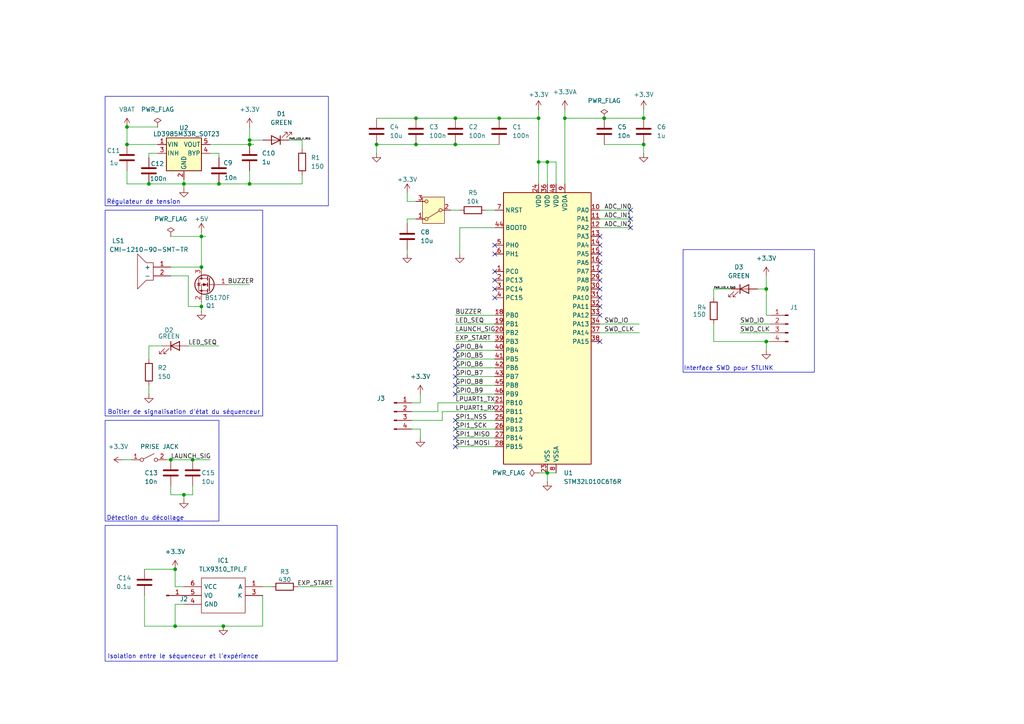
<source format=kicad_sch>
(kicad_sch (version 20231120) (generator "eeschema") (generator_version "8.0")
  (paper "A4")
  (title_block (title "Séquenceur ISABELLE") (date "2025-01-17"))
  (lib_symbols
    (symbol "CMI-1210-90-SMT-TR:CMI-1210-90-SMT-TR" (pin_names (offset 0.762))
      (property "Reference" "LS" (at 11.43 0 0))
      (property "Value" "CMI-1210-90-SMT-TR" (at 11.43 -2.54 0))
      (symbol "CMI-1210-90-SMT-TR_0_0"
        (pin passive line (at 0 0 0) (length 5.08) (name "+") (number "1"))
        (pin passive line (at 0 -2.54 0) (length 5.08) (name "-") (number "2"))
      )
      (symbol "CMI-1210-90-SMT-TR_0_1"
        (polyline (pts (xy 5.08 1.27) (xy 5.08 -3.81)) (stroke (width 0.1524)))
        (polyline (pts (xy 5.08 1.27) (xy 7.112 1.27) (xy 9.652 3.81) (xy 9.652 -6.35) (xy 7.112 -3.81) (xy 5.08 -3.81)) (stroke (width 0.1524)))
      )
    )
    (symbol "Connector:Conn_01x01_Pin" (pin_names (offset 1.016) hide)
      (property "Reference" "J" (at 0 2.54 0))
      (property "Value" "Conn_01x01_Pin" (at 0 -2.54 0))
      (symbol "Conn_01x01_Pin_1_1"
        (polyline (pts (xy 1.27 0) (xy 0.8636 0)) (stroke (width 0.1524)))
        (rectangle (start 0.8636 0.127) (end 0 -0.127) (stroke (width 0.1524)) (fill (type outline)))
        (pin passive line (at 5.08 0 180) (length 3.81) (name "Pin_1") (number "1"))
      )
    )
    (symbol "Connector:Conn_01x04_Pin" (pin_names (offset 1.016) hide)
      (property "Reference" "J" (at 0 5.08 0))
      (property "Value" "Conn_01x04_Pin" (at 0 -7.62 0))
      (symbol "Conn_01x04_Pin_1_1"
        (polyline (pts (xy 1.27 -5.08) (xy 0.8636 -5.08)) (stroke (width 0.1524)))
        (polyline (pts (xy 1.27 -2.54) (xy 0.8636 -2.54)) (stroke (width 0.1524)))
        (polyline (pts (xy 1.27 0) (xy 0.8636 0)) (stroke (width 0.1524)))
        (polyline (pts (xy 1.27 2.54) (xy 0.8636 2.54)) (stroke (width 0.1524)))
        (rectangle (start 0.8636 -4.953) (end 0 -5.207) (stroke (width 0.1524)) (fill (type outline)))
        (rectangle (start 0.8636 -2.413) (end 0 -2.667) (stroke (width 0.1524)) (fill (type outline)))
        (rectangle (start 0.8636 0.127) (end 0 -0.127) (stroke (width 0.1524)) (fill (type outline)))
        (rectangle (start 0.8636 2.667) (end 0 2.413) (stroke (width 0.1524)) (fill (type outline)))
        (pin passive line (at 5.08 2.54 180) (length 3.81) (name "Pin_1") (number "1"))
        (pin passive line (at 5.08 0 180) (length 3.81) (name "Pin_2") (number "2"))
        (pin passive line (at 5.08 -2.54 180) (length 3.81) (name "Pin_3") (number "3"))
        (pin passive line (at 5.08 -5.08 180) (length 3.81) (name "Pin_4") (number "4"))
      )
    )
    (symbol "Device:C" (pin_numbers hide) (pin_names (offset 0.254))
      (property "Reference" "C" (at 0.635 2.54 0))
      (property "Value" "C" (at 0.635 -2.54 0))
      (symbol "C_0_1"
        (polyline (pts (xy -2.032 -0.762) (xy 2.032 -0.762)) (stroke (width 0.508)))
        (polyline (pts (xy -2.032 0.762) (xy 2.032 0.762)) (stroke (width 0.508)))
      )
      (symbol "C_1_1"
        (pin passive line (at 0 3.81 270) (length 2.794) (name "~") (number "1"))
        (pin passive line (at 0 -3.81 90) (length 2.794) (name "~") (number "2"))
      )
    )
    (symbol "Device:LED" (pin_numbers hide) (pin_names (offset 1.016) hide)
      (property "Reference" "D" (at 0 2.54 0))
      (property "Value" "LED" (at 0 -2.54 0))
      (symbol "LED_0_1"
        (polyline (pts (xy -1.27 -1.27) (xy -1.27 1.27)) (stroke (width 0.254)))
        (polyline (pts (xy -1.27 0) (xy 1.27 0)))
        (polyline (pts (xy 1.27 -1.27) (xy 1.27 1.27) (xy -1.27 0) (xy 1.27 -1.27)) (stroke (width 0.254)))
        (polyline (pts (xy -3.048 -0.762) (xy -4.572 -2.286) (xy -3.81 -2.286) (xy -4.572 -2.286) (xy -4.572 -1.524)))
        (polyline (pts (xy -1.778 -0.762) (xy -3.302 -2.286) (xy -2.54 -2.286) (xy -3.302 -2.286) (xy -3.302 -1.524)))
      )
      (symbol "LED_1_1"
        (pin passive line (at -3.81 0 0) (length 2.54) (name "K") (number "1"))
        (pin passive line (at 3.81 0 180) (length 2.54) (name "A") (number "2"))
      )
    )
    (symbol "Device:R" (pin_numbers hide) (pin_names (offset 0))
      (property "Reference" "R" (at 2.032 0 90))
      (property "Value" "R" (at 0 0 90))
      (symbol "R_0_1"
        (rectangle (start -1.016 -2.54) (end 1.016 2.54) (stroke (width 0.254)))
      )
      (symbol "R_1_1"
        (pin passive line (at 0 3.81 270) (length 1.27) (name "~") (number "1"))
        (pin passive line (at 0 -3.81 90) (length 1.27) (name "~") (number "2"))
      )
    )
    (symbol "MCU_ST_STM32L0:STM32L010C6Tx"
      (property "Reference" "U" (at -12.7 41.91 0))
      (property "Value" "STM32L010C6Tx" (at 7.62 41.91 0))
      (symbol "STM32L010C6Tx_0_1"
        (rectangle (start -12.7 -38.1) (end 12.7 40.64) (stroke (width 0.254)) (fill (type background)))
      )
      (symbol "STM32L010C6Tx_1_1"
        (pin bidirectional line (at -15.24 17.78 0) (length 2.54) (name "PC0") (number "1"))
        (pin bidirectional line (at 15.24 35.56 180) (length 2.54) (name "PA0") (number "10"))
        (pin bidirectional line (at 15.24 33.02 180) (length 2.54) (name "PA1") (number "11"))
        (pin bidirectional line (at 15.24 30.48 180) (length 2.54) (name "PA2") (number "12"))
        (pin bidirectional line (at 15.24 27.94 180) (length 2.54) (name "PA3") (number "13"))
        (pin bidirectional line (at 15.24 25.4 180) (length 2.54) (name "PA4") (number "14"))
        (pin bidirectional line (at 15.24 22.86 180) (length 2.54) (name "PA5") (number "15"))
        (pin bidirectional line (at 15.24 20.32 180) (length 2.54) (name "PA6") (number "16"))
        (pin bidirectional line (at 15.24 17.78 180) (length 2.54) (name "PA7") (number "17"))
        (pin bidirectional line (at -15.24 5.08 0) (length 2.54) (name "PB0") (number "18"))
        (pin bidirectional line (at -15.24 2.54 0) (length 2.54) (name "PB1") (number "19"))
        (pin bidirectional line (at -15.24 15.24 0) (length 2.54) (name "PC13") (number "2"))
        (pin bidirectional line (at -15.24 0 0) (length 2.54) (name "PB2") (number "20"))
        (pin bidirectional line (at -15.24 -20.32 0) (length 2.54) (name "PB10") (number "21"))
        (pin bidirectional line (at -15.24 -22.86 0) (length 2.54) (name "PB11") (number "22"))
        (pin power_in line (at 0 -40.64 90) (length 2.54) (name "VSS") (number "23"))
        (pin power_in line (at -2.54 43.18 270) (length 2.54) (name "VDD") (number "24"))
        (pin bidirectional line (at -15.24 -25.4 0) (length 2.54) (name "PB12") (number "25"))
        (pin bidirectional line (at -15.24 -27.94 0) (length 2.54) (name "PB13") (number "26"))
        (pin bidirectional line (at -15.24 -30.48 0) (length 2.54) (name "PB14") (number "27"))
        (pin bidirectional line (at -15.24 -33.02 0) (length 2.54) (name "PB15") (number "28"))
        (pin bidirectional line (at 15.24 15.24 180) (length 2.54) (name "PA8") (number "29"))
        (pin bidirectional line (at -15.24 12.7 0) (length 2.54) (name "PC14") (number "3"))
        (pin bidirectional line (at 15.24 12.7 180) (length 2.54) (name "PA9") (number "30"))
        (pin bidirectional line (at 15.24 10.16 180) (length 2.54) (name "PA10") (number "31"))
        (pin bidirectional line (at 15.24 7.62 180) (length 2.54) (name "PA11") (number "32"))
        (pin bidirectional line (at 15.24 5.08 180) (length 2.54) (name "PA12") (number "33"))
        (pin bidirectional line (at 15.24 2.54 180) (length 2.54) (name "PA13") (number "34"))
        (pin passive line (at 0 -40.64 90) (length 2.54) hide (name "VSS") (number "35"))
        (pin power_in line (at 0 43.18 270) (length 2.54) (name "VDD") (number "36"))
        (pin bidirectional line (at 15.24 0 180) (length 2.54) (name "PA14") (number "37"))
        (pin bidirectional line (at 15.24 -2.54 180) (length 2.54) (name "PA15") (number "38"))
        (pin bidirectional line (at -15.24 -2.54 0) (length 2.54) (name "PB3") (number "39"))
        (pin bidirectional line (at -15.24 10.16 0) (length 2.54) (name "PC15") (number "4"))
        (pin bidirectional line (at -15.24 -5.08 0) (length 2.54) (name "PB4") (number "40"))
        (pin bidirectional line (at -15.24 -7.62 0) (length 2.54) (name "PB5") (number "41"))
        (pin bidirectional line (at -15.24 -10.16 0) (length 2.54) (name "PB6") (number "42"))
        (pin bidirectional line (at -15.24 -12.7 0) (length 2.54) (name "PB7") (number "43"))
        (pin input line (at -15.24 30.48 0) (length 2.54) (name "BOOT0") (number "44"))
        (pin bidirectional line (at -15.24 -15.24 0) (length 2.54) (name "PB8") (number "45"))
        (pin bidirectional line (at -15.24 -17.78 0) (length 2.54) (name "PB9") (number "46"))
        (pin passive line (at 0 -40.64 90) (length 2.54) hide (name "VSS") (number "47"))
        (pin power_in line (at 2.54 43.18 270) (length 2.54) (name "VDD") (number "48"))
        (pin bidirectional line (at -15.24 25.4 0) (length 2.54) (name "PH0") (number "5"))
        (pin bidirectional line (at -15.24 22.86 0) (length 2.54) (name "PH1") (number "6"))
        (pin input line (at -15.24 35.56 0) (length 2.54) (name "NRST") (number "7"))
        (pin power_in line (at 2.54 -40.64 90) (length 2.54) (name "VSSA") (number "8"))
        (pin power_in line (at 5.08 43.18 270) (length 2.54) (name "VDDA") (number "9"))
      )
    )
    (symbol "Regulator_Linear:LD3985M33R_SOT23" (pin_names (offset 0.254))
      (property "Reference" "U" (at -3.81 5.715 0))
      (property "Value" "LD3985M33R_SOT23" (at 0 5.715 0))
      (symbol "LD3985M33R_SOT23_0_1"
        (rectangle (start -5.08 4.445) (end 5.08 -5.08) (stroke (width 0.254)) (fill (type background)))
      )
      (symbol "LD3985M33R_SOT23_1_1"
        (pin power_in line (at -7.62 2.54 0) (length 2.54) (name "VIN") (number "1"))
        (pin power_in line (at 0 -7.62 90) (length 2.54) (name "GND") (number "2"))
        (pin input line (at -7.62 0 0) (length 2.54) (name "INH") (number "3"))
        (pin input line (at 7.62 0 180) (length 2.54) (name "BYP") (number "4"))
        (pin power_out line (at 7.62 2.54 180) (length 2.54) (name "VOUT") (number "5"))
      )
    )
    (symbol "Switch:SW_SPDT" (pin_names (offset 0) hide)
      (property "Reference" "SW" (at 0 5.08 0))
      (property "Value" "SW_SPDT" (at 0 -5.08 0))
      (symbol "SW_SPDT_0_1"
        (circle (center -2.032 0) (radius 0.4572))
        (polyline (pts (xy -1.651 0.254) (xy 1.651 2.286)))
        (circle (center 2.032 -2.54) (radius 0.4572))
        (circle (center 2.032 2.54) (radius 0.4572))
      )
      (symbol "SW_SPDT_1_1"
        (rectangle (start -3.175 3.81) (end 3.175 -3.81) (fill (type background)))
        (pin passive line (at 5.08 2.54 180) (length 2.54) (name "A") (number "1"))
        (pin passive line (at -5.08 0 0) (length 2.54) (name "B") (number "2"))
        (pin passive line (at 5.08 -2.54 180) (length 2.54) (name "C") (number "3"))
      )
    )
    (symbol "Switch:SW_SPST" (pin_names (offset 0) hide)
      (property "Reference" "SW" (at 0 3.175 0))
      (property "Value" "SW_SPST" (at 0 -2.54 0))
      (symbol "SW_SPST_0_0"
        (circle (center -2.032 0) (radius 0.508))
        (polyline (pts (xy -1.524 0.254) (xy 1.524 1.778)))
        (circle (center 2.032 0) (radius 0.508))
      )
      (symbol "SW_SPST_1_1"
        (pin passive line (at -5.08 0 0) (length 2.54) (name "A") (number "1"))
        (pin passive line (at 5.08 0 180) (length 2.54) (name "B") (number "2"))
      )
    )
    (symbol "TLX9310_TPL_F:TLX9310_TPL,F" (pin_names (offset 0.762))
      (property "Reference" "IC" (at 19.05 7.62 0))
      (property "Value" "TLX9310_TPL,F" (at 19.05 5.08 0))
      (symbol "TLX9310_TPL,F_0_0"
        (pin passive line (at 0 0 0) (length 5.08) (name "A") (number "1"))
        (pin passive line (at 0 -2.54 0) (length 5.08) (name "K") (number "3"))
        (pin passive line (at 22.86 -5.08 180) (length 5.08) (name "GND") (number "4"))
        (pin passive line (at 22.86 -2.54 180) (length 5.08) (name "VO") (number "5"))
        (pin passive line (at 22.86 0 180) (length 5.08) (name "VCC") (number "6"))
      )
      (symbol "TLX9310_TPL,F_0_1"
        (polyline (pts (xy 5.08 2.54) (xy 17.78 2.54) (xy 17.78 -7.62) (xy 5.08 -7.62) (xy 5.08 2.54)) (stroke (width 0.1524)))
      )
    )
    (symbol "Transistor_FET:BS170F" (pin_names hide)
      (property "Reference" "Q" (at 5.08 1.905 0))
      (property "Value" "BS170F" (at 5.08 0 0))
      (symbol "BS170F_0_1"
        (polyline (pts (xy 0.254 0) (xy -2.54 0)))
        (polyline (pts (xy 0.254 1.905) (xy 0.254 -1.905)) (stroke (width 0.254)))
        (polyline (pts (xy 0.762 -1.27) (xy 0.762 -2.286)) (stroke (width 0.254)))
        (polyline (pts (xy 0.762 0.508) (xy 0.762 -0.508)) (stroke (width 0.254)))
        (polyline (pts (xy 0.762 2.286) (xy 0.762 1.27)) (stroke (width 0.254)))
        (polyline (pts (xy 2.54 2.54) (xy 2.54 1.778)))
        (polyline (pts (xy 2.54 -2.54) (xy 2.54 0) (xy 0.762 0)))
        (polyline (pts (xy 0.762 -1.778) (xy 3.302 -1.778) (xy 3.302 1.778) (xy 0.762 1.778)))
        (polyline (pts (xy 1.016 0) (xy 2.032 0.381) (xy 2.032 -0.381) (xy 1.016 0)) (fill (type outline)))
        (polyline (pts (xy 2.794 0.508) (xy 2.921 0.381) (xy 3.683 0.381) (xy 3.81 0.254)))
        (polyline (pts (xy 3.302 0.381) (xy 2.921 -0.254) (xy 3.683 -0.254) (xy 3.302 0.381)))
        (circle (center 1.651 0) (radius 2.794) (stroke (width 0.254)))
        (circle (center 2.54 -1.778) (radius 0.254) (fill (type outline)))
        (circle (center 2.54 1.778) (radius 0.254) (fill (type outline)))
      )
      (symbol "BS170F_1_1"
        (pin input line (at -5.08 0 0) (length 2.54) (name "G") (number "1"))
        (pin passive line (at 2.54 -5.08 90) (length 2.54) (name "S") (number "2"))
        (pin passive line (at 2.54 5.08 270) (length 2.54) (name "D") (number "3"))
      )
    )
    (symbol "power:+3.3V" (power) (pin_numbers hide) (pin_names (offset 0) hide)
      (property "Value" "+3.3V" (at 0 3.556 0))
      (symbol "+3.3V_0_1"
        (polyline (pts (xy -0.762 1.27) (xy 0 2.54)))
        (polyline (pts (xy 0 0) (xy 0 2.54)))
        (polyline (pts (xy 0 2.54) (xy 0.762 1.27)))
      )
      (symbol "+3.3V_1_1"
        (pin power_in line (at 0 0 90) (length 0) (name "~") (number "1"))
      )
    )
    (symbol "power:+3.3VA" (power) (pin_numbers hide) (pin_names (offset 0) hide)
      (property "Value" "+3.3VA" (at 0 3.556 0))
      (symbol "+3.3VA_0_1"
        (polyline (pts (xy -0.762 1.27) (xy 0 2.54)))
        (polyline (pts (xy 0 0) (xy 0 2.54)))
        (polyline (pts (xy 0 2.54) (xy 0.762 1.27)))
      )
      (symbol "+3.3VA_1_1"
        (pin power_in line (at 0 0 90) (length 0) (name "~") (number "1"))
      )
    )
    (symbol "power:+5V" (power) (pin_numbers hide) (pin_names (offset 0) hide)
      (property "Value" "+5V" (at 0 3.556 0))
      (symbol "+5V_0_1"
        (polyline (pts (xy -0.762 1.27) (xy 0 2.54)))
        (polyline (pts (xy 0 0) (xy 0 2.54)))
        (polyline (pts (xy 0 2.54) (xy 0.762 1.27)))
      )
      (symbol "+5V_1_1"
        (pin power_in line (at 0 0 90) (length 0) (name "~") (number "1"))
      )
    )
    (symbol "power:GND" (power) (pin_numbers hide) (pin_names (offset 0) hide)
      (property "Value" "GND" (at 0 -3.81 0))
      (symbol "GND_0_1"
        (polyline (pts (xy 0 0) (xy 0 -1.27) (xy 1.27 -1.27) (xy 0 -2.54) (xy -1.27 -1.27) (xy 0 -1.27)))
      )
      (symbol "GND_1_1"
        (pin power_in line (at 0 0 270) (length 0) (name "~") (number "1"))
      )
    )
    (symbol "power:PWR_FLAG" (power) (pin_numbers hide) (pin_names (offset 0) hide)
      (property "Value" "PWR_FLAG" (at 0 3.81 0))
      (symbol "PWR_FLAG_0_0"
        (pin power_out line (at 0 0 90) (length 0) (name "~") (number "1"))
      )
      (symbol "PWR_FLAG_0_1"
        (polyline (pts (xy 0 0) (xy 0 1.27) (xy -1.016 1.905) (xy 0 2.54) (xy 1.016 1.905) (xy 0 1.27)))
      )
    )
  )
  (junction (at 120.65 41.91))
  (junction (at 58.42 68.58))
  (junction (at 132.08 41.91))
  (junction (at 186.69 41.91))
  (junction (at 50.8 181.61))
  (junction (at 58.42 77.47))
  (junction (at 158.75 46.99))
  (junction (at 156.21 34.29))
  (junction (at 43.18 53.34))
  (junction (at 175.26 34.29))
  (junction (at 72.39 53.34))
  (junction (at 120.65 34.29))
  (junction (at 50.8 165.1))
  (junction (at 72.39 40.64))
  (junction (at 49.53 133.35))
  (junction (at 186.69 34.29))
  (junction (at 63.5 53.34))
  (junction (at 36.83 41.91))
  (junction (at 58.42 88.9))
  (junction (at 53.34 53.34))
  (junction (at 132.08 34.29))
  (junction (at 163.83 34.29))
  (junction (at 156.21 46.99))
  (junction (at 53.34 143.51))
  (junction (at 222.25 99.06))
  (junction (at 55.88 133.35))
  (junction (at 158.75 137.16))
  (junction (at 222.25 83.82))
  (junction (at 64.77 181.61))
  (junction (at 109.22 41.91))
  (junction (at 144.78 34.29))
  (junction (at 72.39 41.91))
  (junction (at 36.83 36.83))
  (no_connect (at 132.08 101.6))
  (no_connect (at 173.99 68.58))
  (no_connect (at 132.08 127))
  (no_connect (at 173.99 99.06))
  (no_connect (at 182.88 66.04))
  (no_connect (at 182.88 60.96))
  (no_connect (at 132.08 121.92))
  (no_connect (at 132.08 106.68))
  (no_connect (at 132.08 124.46))
  (no_connect (at 132.08 111.76))
  (no_connect (at 173.99 86.36))
  (no_connect (at 173.99 71.12))
  (no_connect (at 173.99 91.44))
  (no_connect (at 173.99 78.74))
  (no_connect (at 143.51 78.74))
  (no_connect (at 132.08 114.3))
  (no_connect (at 143.51 86.36))
  (no_connect (at 182.88 63.5))
  (no_connect (at 132.08 104.14))
  (no_connect (at 173.99 81.28))
  (no_connect (at 143.51 83.82))
  (no_connect (at 173.99 73.66))
  (no_connect (at 143.51 73.66))
  (no_connect (at 143.51 71.12))
  (no_connect (at 173.99 83.82))
  (no_connect (at 132.08 109.22))
  (no_connect (at 173.99 76.2))
  (no_connect (at 132.08 129.54))
  (no_connect (at 143.51 81.28))
  (no_connect (at 173.99 88.9))
  (wire (pts (xy 72.39 40.64) (xy 76.2 40.64)))
  (wire (pts (xy 143.51 101.6) (xy 132.08 101.6)))
  (wire (pts (xy 121.92 114.3) (xy 121.92 116.84)))
  (wire (pts (xy 132.08 124.46) (xy 143.51 124.46)))
  (wire (pts (xy 36.83 49.53) (xy 36.83 53.34)))
  (wire (pts (xy 36.83 36.83) (xy 45.72 36.83)))
  (wire (pts (xy 41.91 165.1) (xy 50.8 165.1)))
  (wire (pts (xy 43.18 111.76) (xy 43.18 114.3)))
  (wire (pts (xy 163.83 34.29) (xy 163.83 53.34)))
  (wire (pts (xy 50.8 165.1) (xy 50.8 170.18)))
  (wire (pts (xy 161.29 46.99) (xy 158.75 46.99)))
  (wire (pts (xy 132.08 127) (xy 143.51 127)))
  (wire (pts (xy 43.18 104.14) (xy 43.18 100.33)))
  (wire (pts (xy 76.2 170.18) (xy 78.74 170.18)))
  (wire (pts (xy 132.08 96.52) (xy 143.51 96.52)))
  (wire (pts (xy 143.51 114.3) (xy 132.08 114.3)))
  (wire (pts (xy 144.78 41.91) (xy 132.08 41.91)))
  (wire (pts (xy 161.29 46.99) (xy 161.29 53.34)))
  (wire (pts (xy 140.97 60.96) (xy 143.51 60.96)))
  (wire (pts (xy 156.21 34.29) (xy 144.78 34.29)))
  (wire (pts (xy 143.51 104.14) (xy 132.08 104.14)))
  (wire (pts (xy 163.83 31.75) (xy 163.83 34.29)))
  (wire (pts (xy 186.69 31.75) (xy 186.69 34.29)))
  (wire (pts (xy 214.63 93.98) (xy 223.52 93.98)))
  (wire (pts (xy 63.5 44.45) (xy 63.5 45.72)))
  (wire (pts (xy 118.11 63.5) (xy 120.65 63.5)))
  (wire (pts (xy 133.35 66.04) (xy 133.35 73.66)))
  (wire (pts (xy 207.01 86.36) (xy 207.01 83.82)))
  (wire (pts (xy 173.99 60.96) (xy 182.88 60.96)))
  (wire (pts (xy 43.18 100.33) (xy 46.99 100.33)))
  (wire (pts (xy 119.38 119.38) (xy 127 119.38)))
  (wire (pts (xy 45.72 41.91) (xy 36.83 41.91)))
  (wire (pts (xy 53.34 52.07) (xy 53.34 53.34)))
  (wire (pts (xy 214.63 96.52) (xy 223.52 96.52)))
  (wire (pts (xy 53.34 175.26) (xy 50.8 175.26)))
  (wire (pts (xy 127 116.84) (xy 143.51 116.84)))
  (wire (pts (xy 118.11 58.42) (xy 120.65 58.42)))
  (wire (pts (xy 48.26 133.35) (xy 49.53 133.35)))
  (wire (pts (xy 130.81 60.96) (xy 133.35 60.96)))
  (wire (pts (xy 109.22 44.45) (xy 109.22 41.91)))
  (wire (pts (xy 207.01 99.06) (xy 222.25 99.06)))
  (wire (pts (xy 222.25 91.44) (xy 223.52 91.44)))
  (wire (pts (xy 76.2 181.61) (xy 64.77 181.61)))
  (wire (pts (xy 72.39 41.91) (xy 60.96 41.91)))
  (wire (pts (xy 158.75 46.99) (xy 158.75 53.34)))
  (wire (pts (xy 207.01 93.98) (xy 207.01 99.06)))
  (wire (pts (xy 60.96 44.45) (xy 63.5 44.45)))
  (wire (pts (xy 120.65 34.29) (xy 109.22 34.29)))
  (wire (pts (xy 73.66 41.91) (xy 72.39 41.91)))
  (wire (pts (xy 43.18 45.72) (xy 43.18 44.45)))
  (wire (pts (xy 72.39 36.83) (xy 72.39 40.64)))
  (wire (pts (xy 222.25 80.01) (xy 222.25 83.82)))
  (wire (pts (xy 158.75 137.16) (xy 161.29 137.16)))
  (wire (pts (xy 121.92 124.46) (xy 121.92 127)))
  (wire (pts (xy 43.18 53.34) (xy 53.34 53.34)))
  (wire (pts (xy 58.42 67.31) (xy 58.42 68.58)))
  (wire (pts (xy 156.21 31.75) (xy 156.21 34.29)))
  (wire (pts (xy 54.61 100.33) (xy 63.5 100.33)))
  (wire (pts (xy 186.69 44.45) (xy 186.69 41.91)))
  (wire (pts (xy 132.08 41.91) (xy 120.65 41.91)))
  (wire (pts (xy 49.53 133.35) (xy 55.88 133.35)))
  (wire (pts (xy 41.91 172.72) (xy 41.91 181.61)))
  (wire (pts (xy 66.04 82.55) (xy 72.39 82.55)))
  (wire (pts (xy 173.99 63.5) (xy 182.88 63.5)))
  (wire (pts (xy 41.91 181.61) (xy 50.8 181.61)))
  (wire (pts (xy 76.2 172.72) (xy 76.2 181.61)))
  (wire (pts (xy 173.99 66.04) (xy 182.88 66.04)))
  (wire (pts (xy 143.51 109.22) (xy 132.08 109.22)))
  (wire (pts (xy 55.88 140.97) (xy 55.88 143.51)))
  (wire (pts (xy 143.51 106.68) (xy 132.08 106.68)))
  (wire (pts (xy 173.99 93.98) (xy 185.42 93.98)))
  (wire (pts (xy 128.27 119.38) (xy 143.51 119.38)))
  (wire (pts (xy 49.53 80.01) (xy 54.61 80.01)))
  (wire (pts (xy 156.21 34.29) (xy 156.21 46.99)))
  (wire (pts (xy 118.11 63.5) (xy 118.11 64.77)))
  (wire (pts (xy 96.52 170.18) (xy 86.36 170.18)))
  (wire (pts (xy 132.08 129.54) (xy 143.51 129.54)))
  (wire (pts (xy 36.83 36.83) (xy 36.83 41.91)))
  (wire (pts (xy 53.34 170.18) (xy 50.8 170.18)))
  (wire (pts (xy 72.39 40.64) (xy 72.39 41.91)))
  (wire (pts (xy 175.26 34.29) (xy 186.69 34.29)))
  (wire (pts (xy 120.65 41.91) (xy 109.22 41.91)))
  (wire (pts (xy 72.39 53.34) (xy 87.63 53.34)))
  (wire (pts (xy 53.34 143.51) (xy 53.34 144.78)))
  (wire (pts (xy 143.51 111.76) (xy 132.08 111.76)))
  (wire (pts (xy 118.11 72.39) (xy 118.11 73.66)))
  (wire (pts (xy 50.8 175.26) (xy 50.8 181.61)))
  (wire (pts (xy 63.5 53.34) (xy 72.39 53.34)))
  (wire (pts (xy 132.08 34.29) (xy 120.65 34.29)))
  (wire (pts (xy 119.38 121.92) (xy 128.27 121.92)))
  (wire (pts (xy 219.71 83.82) (xy 222.25 83.82)))
  (wire (pts (xy 132.08 91.44) (xy 143.51 91.44)))
  (wire (pts (xy 156.21 46.99) (xy 156.21 53.34)))
  (wire (pts (xy 53.34 143.51) (xy 49.53 143.51)))
  (wire (pts (xy 72.39 49.53) (xy 72.39 53.34)))
  (wire (pts (xy 59.69 68.58) (xy 58.42 68.58)))
  (wire (pts (xy 118.11 55.88) (xy 118.11 58.42)))
  (wire (pts (xy 173.99 96.52) (xy 185.42 96.52)))
  (wire (pts (xy 158.75 137.16) (xy 158.75 139.7)))
  (wire (pts (xy 54.61 80.01) (xy 54.61 88.9)))
  (wire (pts (xy 54.61 88.9) (xy 58.42 88.9)))
  (wire (pts (xy 58.42 88.9) (xy 58.42 90.17)))
  (wire (pts (xy 87.63 53.34) (xy 87.63 50.8)))
  (wire (pts (xy 36.83 53.34) (xy 43.18 53.34)))
  (wire (pts (xy 119.38 124.46) (xy 121.92 124.46)))
  (wire (pts (xy 222.25 83.82) (xy 222.25 91.44)))
  (wire (pts (xy 58.42 68.58) (xy 58.42 77.47)))
  (wire (pts (xy 175.26 41.91) (xy 186.69 41.91)))
  (wire (pts (xy 43.18 44.45) (xy 45.72 44.45)))
  (wire (pts (xy 156.21 137.16) (xy 158.75 137.16)))
  (wire (pts (xy 53.34 143.51) (xy 55.88 143.51)))
  (wire (pts (xy 127 116.84) (xy 127 119.38)))
  (wire (pts (xy 55.88 133.35) (xy 60.96 133.35)))
  (wire (pts (xy 35.56 133.35) (xy 38.1 133.35)))
  (wire (pts (xy 49.53 143.51) (xy 49.53 140.97)))
  (wire (pts (xy 133.35 66.04) (xy 143.51 66.04)))
  (wire (pts (xy 83.82 40.64) (xy 87.63 40.64)))
  (wire (pts (xy 158.75 46.99) (xy 156.21 46.99)))
  (wire (pts (xy 132.08 93.98) (xy 143.51 93.98)))
  (wire (pts (xy 49.53 68.58) (xy 58.42 68.58)))
  (wire (pts (xy 58.42 87.63) (xy 58.42 88.9)))
  (wire (pts (xy 163.83 34.29) (xy 175.26 34.29)))
  (wire (pts (xy 87.63 40.64) (xy 87.63 43.18)))
  (wire (pts (xy 53.34 53.34) (xy 53.34 54.61)))
  (wire (pts (xy 53.34 53.34) (xy 63.5 53.34)))
  (wire (pts (xy 132.08 99.06) (xy 143.51 99.06)))
  (wire (pts (xy 207.01 83.82) (xy 212.09 83.82)))
  (wire (pts (xy 49.53 77.47) (xy 58.42 77.47)))
  (wire (pts (xy 50.8 181.61) (xy 64.77 181.61)))
  (wire (pts (xy 119.38 116.84) (xy 121.92 116.84)))
  (wire (pts (xy 223.52 99.06) (xy 222.25 99.06)))
  (wire (pts (xy 128.27 119.38) (xy 128.27 121.92)))
  (wire (pts (xy 132.08 121.92) (xy 143.51 121.92)))
  (wire (pts (xy 222.25 99.06) (xy 222.25 101.6)))
  (wire (pts (xy 144.78 34.29) (xy 132.08 34.29)))
  (rectangle (start 30.48 121.92) (end 63.5 151.13))
  (rectangle (start 198.12 72.39) (end 236.22 107.95))
  (rectangle (start 30.48 152.4) (end 97.79 191.77))
  (rectangle (start 30.48 60.96) (end 76.2 120.65))
  (rectangle (start 30.48 27.94) (end 95.25 59.69))
  (text "Régulateur de tension" (at 41.656 58.674 0) (effects (font (size 1.27 1.27))))
  (text "Boîtier de signalisation d'état du séquenceur\n" (at 53.34 119.634 0) (effects (font (size 1.27 1.27))))
  (text "Interface SWD pour STLINK\n" (at 211.328 106.934 0) (effects (font (size 1.27 1.27))))
  (text "Détection du décollage" (at 42.164 150.368 0) (effects (font (size 1.27 1.27))))
  (text "Isolation entre le séquenceur et l'expérience" (at 53.086 190.5 0) (effects (font (size 1.27 1.27))))
  (label "EXP_START" (at 132.08 99.06 0))
  (label "BUZZER" (at 132.08 91.44 0))
  (label "SPI1_SCK" (at 132.08 124.46 0))
  (label "SPI1_NSS" (at 132.08 121.92 0))
  (label "SWD_CLK" (at 175.26 96.52 0))
  (label "LED_SEQ" (at 54.61 100.33 0))
  (label "BUZZER" (at 66.04 82.55 0))
  (label "SWD_IO" (at 214.63 93.98 0))
  (label "SWD_CLK" (at 214.63 96.52 0))
  (label "PWR_LED_K_REG" (at 83.82 40.64 0) (effects (font (size 0.508 0.508))))
  (label "LPUART1_RX" (at 132.08 119.38 0))
  (label "LAUNCH_SIG" (at 49.53 133.35 0))
  (label "LED_SEQ" (at 132.08 93.98 0))
  (label "SPI1_MISO" (at 132.08 127 0))
  (label "ADC_IN1" (at 175.26 63.5 0))
  (label "SWD_IO" (at 175.26 93.98 0))
  (label "GPIO_B7" (at 132.08 109.22 0))
  (label "PWR_LED_K_SWD" (at 207.01 83.82 0) (effects (font (size 0.508 0.508))))
  (label "GPIO_B5" (at 132.08 104.14 0))
  (label "LPUART1_TX" (at 132.08 116.84 0))
  (label "ADC_IN2" (at 175.26 66.04 0))
  (label "ADC_IN0" (at 175.26 60.96 0))
  (label "EXP_START" (at 96.52 170.18 180))
  (label "GPIO_B4" (at 132.08 101.6 0))
  (label "SPI1_MOSI" (at 132.08 129.54 0))
  (label "LAUNCH_SIG" (at 132.08 96.52 0))
  (label "GPIO_B9" (at 132.08 114.3 0))
  (label "GPIO_B8" (at 132.08 111.76 0))
  (label "GPIO_B6" (at 132.08 106.68 0))
  (symbol (lib_id "power:GND") (at 53.34 54.61 0) (unit 1)
    (property "Reference" "#PWR012" (effects (hide yes)))
    (property "Value" "GND" (effects (hide yes)))
    (property "Description" "Power symbol creates a global label with name \"GND\" , ground" (effects (hide yes)))
  )
  (symbol (lib_id "Device:LED") (at 80.01 40.64 180) (unit 1)
    (property "Reference" "D1" (at 81.5975 33.02 0))
    (property "Value" "GREEN" (at 81.5975 35.56 0))
    (property "Description" "Light emitting diode" (effects (hide yes)))
  )
  (symbol (lib_id "power:+3.3V") (at 118.11 55.88 0) (unit 1)
    (property "Reference" "#PWR09" (effects (hide yes)))
    (property "Value" "+3.3V" (at 118.11 52.07 0))
    (property "Description" "Power symbol creates a global label with name \"+3.3V\"" (effects (hide yes)))
  )
  (symbol (lib_id "power:PWR_FLAG") (at 156.21 137.16 90) (unit 1)
    (property "Reference" "#FLG03" (effects (hide yes)))
    (property "Value" "PWR_FLAG" (at 152.4 137.1599 90) (effects (justify left)))
    (property "Description" "Special symbol for telling ERC where power comes from" (effects (hide yes)))
  )
  (symbol (lib_id "power:+3.3V") (at 35.56 133.35 90) (unit 1)
    (property "Reference" "#PWR018" (effects (hide yes)))
    (property "Value" "+3.3V" (at 34.29 129.54 90))
    (property "Description" "Power symbol creates a global label with name \"+3.3V\"" (effects (hide yes)))
  )
  (symbol (lib_id "Device:LED") (at 50.8 100.33 0) (unit 1)
    (property "Reference" "D2" (at 49.022 95.758 0))
    (property "Value" "GREEN" (at 49.022 97.536 0))
    (property "Description" "Light emitting diode" (effects (hide yes)))
  )
  (symbol (lib_id "power:GND") (at 121.92 127 0) (unit 1)
    (property "Reference" "#PWR023" (effects (hide yes)))
    (property "Value" "GND" (effects (hide yes)))
    (property "Description" "Power symbol creates a global label with name \"GND\" , ground" (effects (hide yes)))
  )
  (symbol (lib_id "MCU_ST_STM32L0:STM32L010C6Tx") (at 158.75 96.52 0) (unit 1)
    (property "Reference" "U1" (at 163.4841 137.16 0) (effects (justify left)))
    (property "Value" "STM32L010C6T6R" (at 163.4841 139.7 0) (effects (justify left)))
    (property "Footprint" "Package_QFP:LQFP-48_7x7mm_P0.5mm" (effects (hide yes)))
    (property "Datasheet" "https://www.st.com/resource/en/datasheet/stm32l010c6.pdf" (effects (hide yes)))
    (property "Description" "STMicroelectronics Arm Cortex-M0+ MCU, 32KB flash, 8KB RAM, 32 MHz, 1.8-3.6V, 38 GPIO, LQFP48" (effects (hide yes)))
  )
  (symbol (lib_id "Device:C") (at 120.65 38.1 0) (unit 1)
    (property "Reference" "C3" (at 124.46 36.8299 0) (effects (justify left)))
    (property "Value" "100n" (at 124.46 39.3699 0) (effects (justify left)))
    (property "Description" "Unpolarized capacitor" (effects (hide yes)))
  )
  (symbol (lib_id "power:GND") (at 58.42 90.17 0) (unit 1)
    (property "Reference" "#PWR016" (effects (hide yes)))
    (property "Value" "GND" (effects (hide yes)))
    (property "Description" "Power symbol creates a global label with name \"GND\" , ground" (effects (hide yes)))
  )
  (symbol (lib_id "Device:C") (at 132.08 38.1 0) (unit 1)
    (property "Reference" "C2" (at 135.89 36.8299 0) (effects (justify left)))
    (property "Value" "100n" (at 135.89 39.3699 0) (effects (justify left)))
    (property "Description" "Unpolarized capacitor" (effects (hide yes)))
  )
  (symbol (lib_id "Device:C") (at 144.78 38.1 0) (unit 1)
    (property "Reference" "C1" (at 148.59 36.8299 0) (effects (justify left)))
    (property "Value" "100n" (at 148.59 39.3699 0) (effects (justify left)))
    (property "Description" "Unpolarized capacitor" (effects (hide yes)))
  )
  (symbol (lib_id "power:+3.3V") (at 72.39 36.83 0) (unit 1)
    (property "Reference" "#PWR013" (effects (hide yes)))
    (property "Value" "+3.3V" (at 72.39 31.75 0))
    (property "Description" "Power symbol creates a global label with name \"+3.3V\"" (effects (hide yes)))
  )
  (symbol (lib_id "Device:C") (at 118.11 68.58 0) (unit 1)
    (property "Reference" "C8" (at 121.92 67.3099 0) (effects (justify left)))
    (property "Value" "10u" (at 121.92 69.8499 0) (effects (justify left)))
    (property "Description" "Unpolarized capacitor" (effects (hide yes)))
  )
  (symbol (lib_id "CMI-1210-90-SMT-TR:CMI-1210-90-SMT-TR") (at 49.53 77.47 0) (mirror y) (unit 1)
    (property "Reference" "LS1" (at 34.29 69.85 0))
    (property "Value" "CMI-1210-90-SMT-TR" (at 43.18 72.39 0))
    (property "Footprint" "CMI121090SMTTR" (effects (hide yes)))
    (property "Datasheet" "https://www.sameskydevices.com/product/resource/supplyframepdf/cmi-1210-90-smt-tr.pdf" (effects (hide yes)))
    (property "Description" "12.8 mm, 5 Vdc, 90 dB, Surface Mount (SMT), Driving Circuit, Magnetic Audio Indicator Buzzer" (effects (hide yes)))
    (property "Description_1" "12.8 mm, 5 Vdc, 90 dB, Surface Mount (SMT), Driving Circuit, Magnetic Audio Indicator Buzzer" (effects (hide yes)))
    (property "Height" "10.3" (effects (hide yes)))
    (property "Mouser Part Number" "490-CMI-1210-90SMTTR" (effects (hide yes)))
    (property "Mouser Price/Stock" "https://www.mouser.co.uk/ProductDetail/CUI-Devices/CMI-1210-90-SMT-TR?qs=P1JMDcb91o7BNpha6IpZxw%3D%3D" (effects (hide yes)))
    (property "Manufacturer_Name" "Same Sky" (effects (hide yes)))
    (property "Manufacturer_Part_Number" "CMI-1210-90-SMT-TR" (effects (hide yes)))
  )
  (symbol (lib_id "power:+3.3V") (at 186.69 31.75 0) (unit 1)
    (property "Reference" "#PWR05" (effects (hide yes)))
    (property "Value" "+3.3V" (at 186.69 27.432 0))
    (property "Description" "Power symbol creates a global label with name \"+3.3V\"" (effects (hide yes)))
  )
  (symbol (lib_id "Device:C") (at 55.88 137.16 0) (unit 1)
    (property "Reference" "C15" (at 58.42 137.16 0) (effects (justify left)))
    (property "Value" "10u" (at 58.42 139.7 0) (effects (justify left)))
    (property "Description" "Unpolarized capacitor" (effects (hide yes)))
  )
  (symbol (lib_id "Switch:SW_SPST") (at 43.18 133.35 0) (unit 1)
    (property "Reference" "SW1" (effects (hide yes)))
    (property "Value" "PRISE JACK" (at 40.64 129.54 0) (effects (justify left)))
    (property "Description" "Single Pole Single Throw (SPST) switch" (effects (hide yes)))
  )
  (symbol (lib_id "Transistor_FET:BS170F") (at 60.96 82.55 0) (mirror y) (unit 1)
    (property "Reference" "Q1" (at 62.484 88.646 0) (effects (justify left)))
    (property "Value" "BS170F" (at 66.802 86.36 0) (effects (justify left)))
    (property "Footprint" "Package_TO_SOT_SMD:SOT-23" (effects (hide yes)))
    (property "Datasheet" "http://www.diodes.com/assets/Datasheets/BS170F.pdf" (effects (hide yes)))
    (property "Description" "0.15A Id, 60V Vds, N-Channel MOSFET, SOT-23" (effects (hide yes)))
  )
  (symbol (lib_id "power:GND") (at 64.77 181.61 0) (mirror y) (unit 1)
    (property "Reference" "#PWR020" (effects (hide yes)))
    (property "Value" "GND" (effects (hide yes)))
    (property "Description" "Power symbol creates a global label with name \"GND\" , ground" (effects (hide yes)))
  )
  (symbol (lib_id "power:PWR_FLAG") (at 175.26 34.29 0) (unit 1)
    (property "Reference" "#FLG01" (effects (hide yes)))
    (property "Value" "PWR_FLAG" (at 175.26 29.21 0))
    (property "Description" "Special symbol for telling ERC where power comes from" (effects (hide yes)))
  )
  (symbol (lib_id "Connector:Conn_01x04_Pin") (at 228.6 93.98 0) (mirror y) (unit 1)
    (property "Reference" "J1" (at 229.108 89.154 0) (effects (justify right)))
    (property "Value" "Conn_01x04_Pin" (effects (hide yes)))
    (property "Description" "Generic connector, single row, 01x04, script generated" (effects (hide yes)))
  )
  (symbol (lib_id "Device:C") (at 63.5 49.53 0) (unit 1)
    (property "Reference" "C9" (at 64.77 47.244 0) (effects (justify left)))
    (property "Value" "10n" (at 65.024 51.562 0) (effects (justify left)))
    (property "Description" "Unpolarized capacitor" (effects (hide yes)))
  )
  (symbol (lib_id "power:GND") (at 43.18 114.3 0) (unit 1)
    (property "Reference" "#PWR017" (effects (hide yes)))
    (property "Value" "GND" (effects (hide yes)))
    (property "Description" "Power symbol creates a global label with name \"GND\" , ground" (effects (hide yes)))
  )
  (symbol (lib_id "Device:R") (at 82.55 170.18 270) (mirror x) (unit 1)
    (property "Reference" "R3" (at 82.55 165.862 90))
    (property "Value" "430" (at 82.55 168.148 90))
    (property "Description" "Resistor" (effects (hide yes)))
  )
  (symbol (lib_id "Device:C") (at 41.91 168.91 0) (mirror y) (unit 1)
    (property "Reference" "C14" (at 38.1 167.6399 0) (effects (justify left)))
    (property "Value" "0.1u" (at 38.1 170.1799 0) (effects (justify left)))
    (property "Description" "Unpolarized capacitor" (effects (hide yes)))
  )
  (symbol (lib_id "Device:C") (at 186.69 38.1 0) (unit 1)
    (property "Reference" "C6" (at 190.5 36.8299 0) (effects (justify left)))
    (property "Value" "1u" (at 190.5 39.3699 0) (effects (justify left)))
    (property "Description" "Unpolarized capacitor" (effects (hide yes)))
  )
  (symbol (lib_id "power:GND") (at 158.75 139.7 0) (unit 1)
    (property "Reference" "#PWR01" (effects (hide yes)))
    (property "Value" "GND" (effects (hide yes)))
    (property "Description" "Power symbol creates a global label with name \"GND\" , ground" (effects (hide yes)))
  )
  (symbol (lib_id "power:+3.3VA") (at 163.83 31.75 0) (unit 1)
    (property "Reference" "#PWR04" (effects (hide yes)))
    (property "Value" "+3.3VA" (at 163.83 26.67 0))
    (property "Description" "Power symbol creates a global label with name \"+3.3VA\"" (effects (hide yes)))
  )
  (symbol (lib_id "power:GND") (at 186.69 44.45 0) (unit 1)
    (property "Reference" "#PWR06" (effects (hide yes)))
    (property "Value" "GND" (effects (hide yes)))
    (property "Description" "Power symbol creates a global label with name \"GND\" , ground" (effects (hide yes)))
  )
  (symbol (lib_id "power:GND") (at 53.34 144.78 0) (unit 1)
    (property "Reference" "#PWR019" (effects (hide yes)))
    (property "Value" "GND" (effects (hide yes)))
    (property "Description" "Power symbol creates a global label with name \"GND\" , ground" (effects (hide yes)))
  )
  (symbol (lib_id "power:PWR_FLAG") (at 49.53 68.58 0) (unit 1)
    (property "Reference" "#FLG02" (effects (hide yes)))
    (property "Value" "PWR_FLAG" (at 49.53 63.5 0))
    (property "Description" "Special symbol for telling ERC where power comes from" (effects (hide yes)))
  )
  (symbol (lib_id "Device:C") (at 175.26 38.1 0) (unit 1)
    (property "Reference" "C5" (at 179.07 36.8299 0) (effects (justify left)))
    (property "Value" "10n" (at 179.07 39.3699 0) (effects (justify left)))
    (property "Description" "Unpolarized capacitor" (effects (hide yes)))
  )
  (symbol (lib_id "Device:C") (at 36.83 45.72 0) (unit 1)
    (property "Reference" "C11" (at 30.988 43.688 0) (effects (justify left)))
    (property "Value" "1u" (at 31.75 47.244 0) (effects (justify left)))
    (property "Description" "Unpolarized capacitor" (effects (hide yes)))
  )
  (symbol (lib_id "TLX9310_TPL_F:TLX9310_TPL,F") (at 76.2 170.18 0) (mirror y) (unit 1)
    (property "Reference" "IC1" (at 64.77 162.56 0))
    (property "Value" "TLX9310_TPL,F" (at 64.77 165.1 0))
    (property "Footprint" "TLP2355E" (effects (hide yes)))
    (property "Datasheet" "https://toshiba.semicon-storage.com/info/docget.jsp?did=55766&prodName=TLX9310" (effects (hide yes)))
    (property "Description" "IC COUPLER; 5-PIN SO6; AECQ; ROH" (effects (hide yes)))
    (property "Description_1" "IC COUPLER; 5-PIN SO6; AECQ; ROH" (effects (hide yes)))
    (property "Height" "2.2" (effects (hide yes)))
    (property "Mouser Part Number" "757-TLX9310TPLF" (effects (hide yes)))
    (property "Mouser Price/Stock" "https://www.mouser.co.uk/ProductDetail/Toshiba/TLX9310TPLF?qs=YwPsRIUVAOciEL3qRhtbbw%3D%3D" (effects (hide yes)))
    (property "Manufacturer_Name" "Toshiba" (effects (hide yes)))
    (property "Manufacturer_Part_Number" "TLX9310(TPL,F" (effects (hide yes)))
  )
  (symbol (lib_id "Device:R") (at 87.63 46.99 0) (unit 1)
    (property "Reference" "R1" (at 90.17 45.7199 0) (effects (justify left)))
    (property "Value" "150" (at 90.17 48.2599 0) (effects (justify left)))
    (property "Description" "Resistor" (effects (hide yes)))
  )
  (symbol (lib_id "Device:C") (at 43.18 49.53 0) (unit 1)
    (property "Reference" "C12" (at 43.688 47.498 0) (effects (justify left)))
    (property "Value" "100n" (at 43.434 51.816 0) (effects (justify left)))
    (property "Description" "Unpolarized capacitor" (effects (hide yes)))
  )
  (symbol (lib_id "Device:LED") (at 215.9 83.82 0) (unit 1)
    (property "Reference" "D3" (at 214.3125 77.47 0))
    (property "Value" "GREEN" (at 214.3125 80.01 0))
    (property "Description" "Light emitting diode" (effects (hide yes)))
  )
  (symbol (lib_id "Device:R") (at 43.18 107.95 0) (unit 1)
    (property "Reference" "R2" (at 45.72 106.6799 0) (effects (justify left)))
    (property "Value" "150" (at 45.72 109.2199 0) (effects (justify left)))
    (property "Description" "Resistor" (effects (hide yes)))
  )
  (symbol (lib_id "power:+3.3V") (at 50.8 165.1 0) (mirror y) (unit 1)
    (property "Reference" "#PWR021" (effects (hide yes)))
    (property "Value" "+3.3V" (at 50.8 160.02 0))
    (property "Description" "Power symbol creates a global label with name \"+3.3V\"" (effects (hide yes)))
  )
  (symbol (lib_id "Connector:Conn_01x04_Pin") (at 114.3 119.38 0) (unit 1)
    (property "Reference" "J3" (at 110.49 115.57 0))
    (property "Value" "Conn_01x04_Pin" (effects (hide yes)))
    (property "Description" "Generic connector, single row, 01x04, script generated" (effects (hide yes)))
  )
  (symbol (lib_id "power:+3.3V") (at 36.83 36.83 0) (unit 1)
    (property "Reference" "#PWR014" (effects (hide yes)))
    (property "Value" "VBAT" (at 36.83 31.75 0))
    (property "Description" "Power symbol creates a global label with name \"+3.3V\"" (effects (hide yes)))
  )
  (symbol (lib_id "power:GND") (at 109.22 44.45 0) (unit 1)
    (property "Reference" "#PWR03" (effects (hide yes)))
    (property "Value" "GND" (effects (hide yes)))
    (property "Description" "Power symbol creates a global label with name \"GND\" , ground" (effects (hide yes)))
  )
  (symbol (lib_id "Device:R") (at 137.16 60.96 90) (unit 1)
    (property "Reference" "R5" (at 137.16 55.88 90))
    (property "Value" "10k" (at 137.16 58.42 90))
    (property "Description" "Resistor" (effects (hide yes)))
  )
  (symbol (lib_id "Device:R") (at 207.01 90.17 0) (unit 1)
    (property "Reference" "R4" (at 202.184 89.154 0) (effects (justify left)))
    (property "Value" "150" (at 200.914 91.186 0) (effects (justify left)))
    (property "Description" "Resistor" (effects (hide yes)))
  )
  (symbol (lib_id "power:GND") (at 133.35 73.66 0) (unit 1)
    (property "Reference" "#PWR024" (effects (hide yes)))
    (property "Value" "GND" (effects (hide yes)))
    (property "Description" "Power symbol creates a global label with name \"GND\" , ground" (effects (hide yes)))
  )
  (symbol (lib_id "Device:C") (at 49.53 137.16 0) (unit 1)
    (property "Reference" "C13" (at 41.91 137.16 0) (effects (justify left)))
    (property "Value" "10n" (at 41.91 139.7 0) (effects (justify left)))
    (property "Description" "Unpolarized capacitor" (effects (hide yes)))
  )
  (symbol (lib_id "power:GND") (at 222.25 101.6 0) (unit 1)
    (property "Reference" "#PWR011" (effects (hide yes)))
    (property "Value" "GND" (effects (hide yes)))
    (property "Description" "Power symbol creates a global label with name \"GND\" , ground" (effects (hide yes)))
  )
  (symbol (lib_id "power:PWR_FLAG") (at 45.72 36.83 0) (unit 1)
    (property "Reference" "#FLG04" (effects (hide yes)))
    (property "Value" "PWR_FLAG" (at 45.72 31.75 0))
    (property "Description" "Special symbol for telling ERC where power comes from" (effects (hide yes)))
  )
  (symbol (lib_id "power:+3.3V") (at 156.21 31.75 0) (unit 1)
    (property "Reference" "#PWR02" (effects (hide yes)))
    (property "Value" "+3.3V" (at 156.21 27.432 0))
    (property "Description" "Power symbol creates a global label with name \"+3.3V\"" (effects (hide yes)))
  )
  (symbol (lib_id "Switch:SW_SPDT") (at 125.73 60.96 180) (unit 1)
    (property "Reference" "SW2" (effects (hide yes)))
    (property "Value" "SW_SPDT" (effects (hide yes)))
    (property "Description" "Switch, single pole double throw" (effects (hide yes)))
  )
  (symbol (lib_id "power:+3.3V") (at 222.25 80.01 0) (unit 1)
    (property "Reference" "#PWR010" (effects (hide yes)))
    (property "Value" "+3.3V" (at 222.25 74.93 0))
    (property "Description" "Power symbol creates a global label with name \"+3.3V\"" (effects (hide yes)))
  )
  (symbol (lib_id "power:+3.3V") (at 121.92 114.3 0) (mirror y) (unit 1)
    (property "Reference" "#PWR022" (effects (hide yes)))
    (property "Value" "+3.3V" (at 121.92 109.22 0))
    (property "Description" "Power symbol creates a global label with name \"+3.3V\"" (effects (hide yes)))
  )
  (symbol (lib_id "Device:C") (at 72.39 45.72 0) (unit 1)
    (property "Reference" "C10" (at 75.946 44.45 0) (effects (justify left)))
    (property "Value" "1u" (at 75.946 46.99 0) (effects (justify left)))
    (property "Description" "Unpolarized capacitor" (effects (hide yes)))
  )
  (symbol (lib_id "Connector:Conn_01x01_Pin") (at 48.26 172.72 0) (unit 1)
    (property "Reference" "J2" (at 53.34 173.736 0))
    (property "Value" "Conn_01x01_Pin" (effects (hide yes)))
    (property "Description" "Generic connector, single row, 01x01, script generated" (effects (hide yes)))
  )
  (symbol (lib_id "power:GND") (at 118.11 73.66 0) (unit 1)
    (property "Reference" "#PWR08" (effects (hide yes)))
    (property "Value" "GND" (effects (hide yes)))
    (property "Description" "Power symbol creates a global label with name \"GND\" , ground" (effects (hide yes)))
  )
  (symbol (lib_id "Device:C") (at 109.22 38.1 0) (unit 1)
    (property "Reference" "C4" (at 113.03 36.8299 0) (effects (justify left)))
    (property "Value" "10u" (at 113.03 39.3699 0) (effects (justify left)))
    (property "Description" "Unpolarized capacitor" (effects (hide yes)))
  )
  (symbol (lib_id "Regulator_Linear:LD3985M33R_SOT23") (at 53.34 44.45 0) (unit 1)
    (property "Reference" "U2" (at 53.34 37.084 0))
    (property "Value" "LD3985M33R_SOT23" (at 54.102 38.862 0))
    (property "Footprint" "Package_TO_SOT_SMD:SOT-23-5" (effects (hide yes)))
    (property "Datasheet" "http://www.st.com/internet/com/TECHNICAL_RESOURCES/TECHNICAL_LITERATURE/DATASHEET/CD00003395.pdf" (effects (hide yes)))
    (property "Description" "150mA Low Dropout Voltage Regulator, Fixed Output 3.3V, SOT-23-5" (effects (hide yes)))
  )
  (symbol (lib_id "power:+5V") (at 58.42 67.31 0) (unit 1)
    (property "Reference" "#PWR015" (effects (hide yes)))
    (property "Value" "+5V" (at 58.42 63.5 0))
    (property "Description" "Power symbol creates a global label with name \"+5V\"" (effects (hide yes)))
  )
)
</source>
